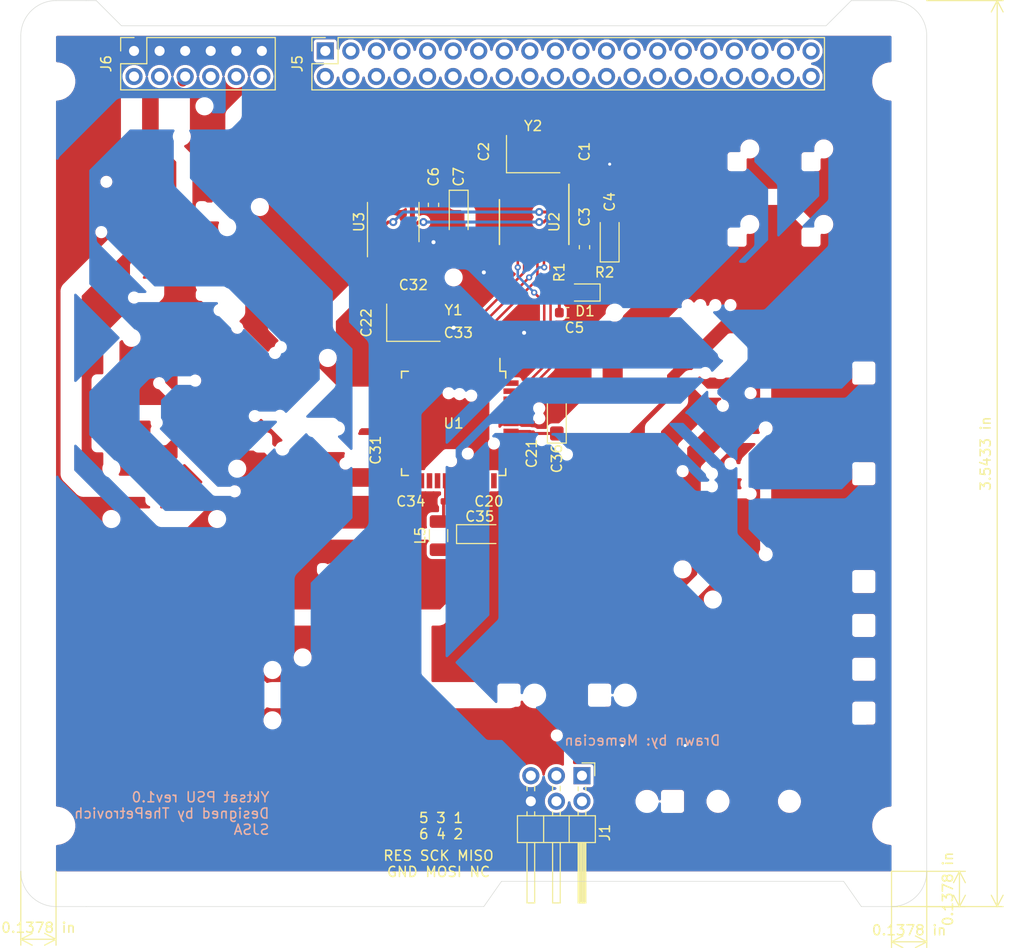
<source format=kicad_pcb>
(kicad_pcb (version 20171130) (host pcbnew "(5.1.4)-1")
  (title_block (title "Yktsat Power Supply Module") (date 2020-03-23) (rev 1) (company SJSA) (comment 1 YKTS-1000-PWRBRD) (comment 2 ThePetrovich))
  (layers (0 F.Cu signal) (31 B.Cu signal) (34 B.Paste user) (35 F.Paste user) (36 B.SilkS user) (37 F.SilkS user) (38 B.Mask user) (39 F.Mask user) (44 Edge.Cuts user))
  (net 0 "")
  (net 1 GND)
  (net 2 "Net-(C1-Pad1)")
  (net 3 "Net-(C2-Pad1)")
  (net 4 +5V)
  (net 5 "Net-(C5-Pad1)")
  (net 6 +3V3)
  (net 7 "Net-(R1-Pad2)")
  (net 8 "Net-(U1-Pad44)")
  (net 9 "Net-(U1-Pad33)")
  (net 10 "Net-(U1-Pad31)")
  (net 11 "Net-(U1-Pad29)")
  (net 12 "Net-(U1-Pad12)")
  (net 13 "Net-(U1-Pad11)")
  (net 14 "Net-(U1-Pad10)")
  (net 15 "Net-(U1-Pad9)")
  (net 16 /PWR_CANBUS/MCP_!CS)
  (net 17 "Net-(U2-Pad15)")
  (net 18 /PWR_CANBUS/MCP_!INT)
  (net 19 /PWR_CANBUS/MCP_!RX0BF)
  (net 20 /PWR_CANBUS/MCP_!RX1BF)
  (net 21 /PWR_CANBUS/MCP_!TX2RTS)
  (net 22 "Net-(U2-Pad6)")
  (net 23 /PWR_CANBUS/MCP_!TX1RTS)
  (net 24 /PWR_CANBUS/MCP_!TX0RTS)
  (net 25 "Net-(U2-Pad3)")
  (net 26 "Net-(U2-Pad2)")
  (net 27 "Net-(U2-Pad1)")
  (net 28 CANH)
  (net 29 CANL)
  (net 30 +3V3-A)
  (net 31 +3V3-B)
  (net 32 +5V-A)
  (net 33 BAT_HEAT)
  (net 34 "Net-(C22-Pad1)")
  (net 35 "Net-(C32-Pad1)")
  (net 36 /ICSP_RESET)
  (net 37 /ICSP_MOSI)
  (net 38 /ICSP_SCK)
  (net 39 "Net-(J1-Pad2)")
  (net 40 /ICSP_MISO)
  (net 41 "Net-(U1-Pad24)")
  (net 42 "Net-(J5-Pad40)")
  (net 43 "Net-(J5-Pad39)")
  (net 44 "Net-(J5-Pad38)")
  (net 45 "Net-(J5-Pad37)")
  (net 46 "Net-(J5-Pad36)")
  (net 47 "Net-(J5-Pad35)")
  (net 48 "Net-(J5-Pad34)")
  (net 49 "Net-(J5-Pad33)")
  (net 50 "Net-(J5-Pad32)")
  (net 51 "Net-(J5-Pad31)")
  (net 52 "Net-(J5-Pad30)")
  (net 53 "Net-(J5-Pad29)")
  (net 54 "Net-(J5-Pad28)")
  (net 55 "Net-(J5-Pad27)")
  (net 56 "Net-(J5-Pad26)")
  (net 57 "Net-(J5-Pad25)")
  (net 58 "Net-(J5-Pad24)")
  (net 59 "Net-(J5-Pad23)")
  (net 60 "Net-(J5-Pad22)")
  (net 61 "Net-(J5-Pad21)")
  (net 62 "Net-(J5-Pad20)")
  (net 63 "Net-(J5-Pad19)")
  (net 64 "Net-(J5-Pad18)")
  (net 65 "Net-(J5-Pad17)")
  (net 66 "Net-(J5-Pad16)")
  (net 67 "Net-(J5-Pad15)")
  (net 68 "Net-(J5-Pad14)")
  (net 69 "Net-(J5-Pad13)")
  (net 70 "Net-(J5-Pad12)")
  (net 71 "Net-(J5-Pad11)")
  (net 72 "Net-(J5-Pad10)")
  (net 73 "Net-(J5-Pad9)")
  (net 74 "Net-(J5-Pad8)")
  (net 75 "Net-(J5-Pad7)")
  (net 76 "Net-(J5-Pad5)")
  (net 77 "Net-(J5-Pad3)")
  (net 78 "Net-(J5-Pad2)")
  (net 79 "Net-(J5-Pad1)")
  (net 80 "Net-(C34-Pad1)")
  (net 81 "Net-(U1-Pad41)")
  (net 82 "Net-(U1-Pad40)")
  (net 83 "Net-(U1-Pad37)")
  (net 84 "Net-(U1-Pad36)")
  (net 85 "Net-(U1-Pad35)")
  (net 86 "Net-(U1-Pad34)")
  (net 87 "Net-(U1-Pad32)")
  (net 88 "Net-(U1-Pad30)")
  (net 89 "Net-(U1-Pad26)")
  (net 90 "Net-(U1-Pad25)")
  (net 91 "Net-(U1-Pad23)")
  (net 92 "Net-(U1-Pad22)")
  (net 93 "Net-(U1-Pad21)")
  (net 94 "Net-(U1-Pad20)")
  (net 95 "Net-(U1-Pad19)")
  (net 96 "Net-(U1-Pad16)")
  (net 97 "Net-(U1-Pad15)")
  (net 98 "Net-(U1-Pad14)")
  (net 99 "Net-(U1-Pad13)")
  (module Capacitor_SMD:C_0402_1005Metric (layer F.Cu) (at 135 102.415 270)
    (fp_text reference C31 (at 2.25 0 90) (layer F.SilkS))
    (fp_text value 100nF)
    (pad 2 smd roundrect (at 0.485 0 270) (size 0.59 0.64) (layers F.Cu F.Paste F.Mask) (net 1 GND))
    (pad 1 smd roundrect (at -0.485 0 270) (size 0.59 0.64) (layers F.Cu F.Paste F.Mask) (net 4 +5V))
  )
  (module Connector_PinHeader_2.54mm:PinHeader_2x03_P2.54mm_Horizontal (layer F.Cu) (at 155.5 137 270)
    (fp_text reference J1 (at 5.655 -2.27 90) (layer F.SilkS))
    (fp_text value ICSP)
    (pad 6 thru_hole oval (at 2.54 5.08 270) (size 1.7 1.7) (drill 1) (layers *.Cu *.Mask) (net 1 GND))
    (pad 5 thru_hole oval (at 0 5.08 270) (size 1.7 1.7) (drill 1) (layers *.Cu *.Mask) (net 36 /ICSP_RESET))
    (pad 4 thru_hole oval (at 2.54 2.54 270) (size 1.7 1.7) (drill 1) (layers *.Cu *.Mask) (net 37 /ICSP_MOSI))
    (pad 3 thru_hole oval (at 0 2.54 270) (size 1.7 1.7) (drill 1) (layers *.Cu *.Mask) (net 38 /ICSP_SCK))
    (pad 2 thru_hole oval (at 2.54 0 270) (size 1.7 1.7) (drill 1) (layers *.Cu *.Mask) (net 39 "Net-(J1-Pad2)"))
    (pad 1 thru_hole rect (at 0 0 270) (size 1.7 1.7) (drill 1) (layers *.Cu *.Mask) (net 40 /ICSP_MISO))
  )
  (module Connector_PinSocket_2.54mm:PinSocket_2x06_P2.54mm_Vertical (layer F.Cu) (at 111 65 90)
    (fp_text reference J6 (at -1.27 -2.77 90) (layer F.SilkS))
    (fp_text value PWR_HEAD)
    (pad 12 thru_hole oval (at -2.54 12.7 90) (size 1.7 1.7) (drill 1) (layers *.Cu *.Mask) (net 33 BAT_HEAT))
    (pad 11 thru_hole oval (at 0 12.7 90) (size 1.7 1.7) (drill 1) (layers *.Cu *.Mask) (net 1 GND))
    (pad 10 thru_hole oval (at -2.54 10.16 90) (size 1.7 1.7) (drill 1) (layers *.Cu *.Mask) (net 6 +3V3))
    (pad 9 thru_hole oval (at 0 10.16 90) (size 1.7 1.7) (drill 1) (layers *.Cu *.Mask) (net 1 GND))
    (pad 8 thru_hole oval (at -2.54 7.62 90) (size 1.7 1.7) (drill 1) (layers *.Cu *.Mask) (net 4 +5V))
    (pad 7 thru_hole oval (at 0 7.62 90) (size 1.7 1.7) (drill 1) (layers *.Cu *.Mask) (net 1 GND))
    (pad 6 thru_hole oval (at -2.54 5.08 90) (size 1.7 1.7) (drill 1) (layers *.Cu *.Mask) (net 30 +3V3-A))
    (pad 5 thru_hole oval (at 0 5.08 90) (size 1.7 1.7) (drill 1) (layers *.Cu *.Mask) (net 1 GND))
    (pad 4 thru_hole oval (at -2.54 2.54 90) (size 1.7 1.7) (drill 1) (layers *.Cu *.Mask) (net 31 +3V3-B))
    (pad 3 thru_hole oval (at 0 2.54 90) (size 1.7 1.7) (drill 1) (layers *.Cu *.Mask) (net 1 GND))
    (pad 2 thru_hole oval (at -2.54 0 90) (size 1.7 1.7) (drill 1) (layers *.Cu *.Mask) (net 32 +5V-A))
    (pad 1 thru_hole rect (at 0 0 90) (size 1.7 1.7) (drill 1) (layers *.Cu *.Mask) (net 1 GND))
  )
  (module Connector_PinSocket_2.54mm:PinSocket_2x20_P2.54mm_Vertical (layer F.Cu) (at 130 65 90)
    (fp_text reference J5 (at -1.27 -2.77 90) (layer F.SilkS))
    (fp_text value Conn_02x20_Odd_Even_MountingPin)
    (pad 40 thru_hole oval (at -2.54 48.26 90) (size 1.7 1.7) (drill 1) (layers *.Cu *.Mask) (net 42 "Net-(J5-Pad40)"))
    (pad 39 thru_hole oval (at 0 48.26 90) (size 1.7 1.7) (drill 1) (layers *.Cu *.Mask) (net 43 "Net-(J5-Pad39)"))
    (pad 38 thru_hole oval (at -2.54 45.72 90) (size 1.7 1.7) (drill 1) (layers *.Cu *.Mask) (net 44 "Net-(J5-Pad38)"))
    (pad 37 thru_hole oval (at 0 45.72 90) (size 1.7 1.7) (drill 1) (layers *.Cu *.Mask) (net 45 "Net-(J5-Pad37)"))
    (pad 36 thru_hole oval (at -2.54 43.18 90) (size 1.7 1.7) (drill 1) (layers *.Cu *.Mask) (net 46 "Net-(J5-Pad36)"))
    (pad 35 thru_hole oval (at 0 43.18 90) (size 1.7 1.7) (drill 1) (layers *.Cu *.Mask) (net 47 "Net-(J5-Pad35)"))
    (pad 34 thru_hole oval (at -2.54 40.64 90) (size 1.7 1.7) (drill 1) (layers *.Cu *.Mask) (net 48 "Net-(J5-Pad34)"))
    (pad 33 thru_hole oval (at 0 40.64 90) (size 1.7 1.7) (drill 1) (layers *.Cu *.Mask) (net 49 "Net-(J5-Pad33)"))
    (pad 32 thru_hole oval (at -2.54 38.1 90) (size 1.7 1.7) (drill 1) (layers *.Cu *.Mask) (net 50 "Net-(J5-Pad32)"))
    (pad 31 thru_hole oval (at 0 38.1 90) (size 1.7 1.7) (drill 1) (layers *.Cu *.Mask) (net 51 "Net-(J5-Pad31)"))
    (pad 30 thru_hole oval (at -2.54 35.56 90) (size 1.7 1.7) (drill 1) (layers *.Cu *.Mask) (net 52 "Net-(J5-Pad30)"))
    (pad 29 thru_hole oval (at 0 35.56 90) (size 1.7 1.7) (drill 1) (layers *.Cu *.Mask) (net 53 "Net-(J5-Pad29)"))
    (pad 28 thru_hole oval (at -2.54 33.02 90) (size 1.7 1.7) (drill 1) (layers *.Cu *.Mask) (net 54 "Net-(J5-Pad28)"))
    (pad 27 thru_hole oval (at 0 33.02 90) (size 1.7 1.7) (drill 1) (layers *.Cu *.Mask) (net 55 "Net-(J5-Pad27)"))
    (pad 26 thru_hole oval (at -2.54 30.48 90) (size 1.7 1.7) (drill 1) (layers *.Cu *.Mask) (net 56 "Net-(J5-Pad26)"))
    (pad 25 thru_hole oval (at 0 30.48 90) (size 1.7 1.7) (drill 1) (layers *.Cu *.Mask) (net 57 "Net-(J5-Pad25)"))
    (pad 24 thru_hole oval (at -2.54 27.94 90) (size 1.7 1.7) (drill 1) (layers *.Cu *.Mask) (net 58 "Net-(J5-Pad24)"))
    (pad 23 thru_hole oval (at 0 27.94 90) (size 1.7 1.7) (drill 1) (layers *.Cu *.Mask) (net 59 "Net-(J5-Pad23)"))
    (pad 22 thru_hole oval (at -2.54 25.4 90) (size 1.7 1.7) (drill 1) (layers *.Cu *.Mask) (net 60 "Net-(J5-Pad22)"))
    (pad 21 thru_hole oval (at 0 25.4 90) (size 1.7 1.7) (drill 1) (layers *.Cu *.Mask) (net 61 "Net-(J5-Pad21)"))
    (pad 20 thru_hole oval (at -2.54 22.86 90) (size 1.7 1.7) (drill 1) (layers *.Cu *.Mask) (net 62 "Net-(J5-Pad20)"))
    (pad 19 thru_hole oval (at 0 22.86 90) (size 1.7 1.7) (drill 1) (layers *.Cu *.Mask) (net 63 "Net-(J5-Pad19)"))
    (pad 18 thru_hole oval (at -2.54 20.32 90) (size 1.7 1.7) (drill 1) (layers *.Cu *.Mask) (net 64 "Net-(J5-Pad18)"))
    (pad 17 thru_hole oval (at 0 20.32 90) (size 1.7 1.7) (drill 1) (layers *.Cu *.Mask) (net 65 "Net-(J5-Pad17)"))
    (pad 16 thru_hole oval (at -2.54 17.78 90) (size 1.7 1.7) (drill 1) (layers *.Cu *.Mask) (net 66 "Net-(J5-Pad16)"))
    (pad 15 thru_hole oval (at 0 17.78 90) (size 1.7 1.7) (drill 1) (layers *.Cu *.Mask) (net 67 "Net-(J5-Pad15)"))
    (pad 14 thru_hole oval (at -2.54 15.24 90) (size 1.7 1.7) (drill 1) (layers *.Cu *.Mask) (net 68 "Net-(J5-Pad14)"))
    (pad 13 thru_hole oval (at 0 15.24 90) (size 1.7 1.7) (drill 1) (layers *.Cu *.Mask) (net 69 "Net-(J5-Pad13)"))
    (pad 12 thru_hole oval (at -2.54 12.7 90) (size 1.7 1.7) (drill 1) (layers *.Cu *.Mask) (net 70 "Net-(J5-Pad12)"))
    (pad 11 thru_hole oval (at 0 12.7 90) (size 1.7 1.7) (drill 1) (layers *.Cu *.Mask) (net 71 "Net-(J5-Pad11)"))
    (pad 10 thru_hole oval (at -2.54 10.16 90) (size 1.7 1.7) (drill 1) (layers *.Cu *.Mask) (net 72 "Net-(J5-Pad10)"))
    (pad 9 thru_hole oval (at 0 10.16 90) (size 1.7 1.7) (drill 1) (layers *.Cu *.Mask) (net 73 "Net-(J5-Pad9)"))
    (pad 8 thru_hole oval (at -2.54 7.62 90) (size 1.7 1.7) (drill 1) (layers *.Cu *.Mask) (net 74 "Net-(J5-Pad8)"))
    (pad 7 thru_hole oval (at 0 7.62 90) (size 1.7 1.7) (drill 1) (layers *.Cu *.Mask) (net 75 "Net-(J5-Pad7)"))
    (pad 6 thru_hole oval (at -2.54 5.08 90) (size 1.7 1.7) (drill 1) (layers *.Cu *.Mask) (net 29 CANL))
    (pad 5 thru_hole oval (at 0 5.08 90) (size 1.7 1.7) (drill 1) (layers *.Cu *.Mask) (net 76 "Net-(J5-Pad5)"))
    (pad 4 thru_hole oval (at -2.54 2.54 90) (size 1.7 1.7) (drill 1) (layers *.Cu *.Mask) (net 28 CANH))
    (pad 3 thru_hole oval (at 0 2.54 90) (size 1.7 1.7) (drill 1) (layers *.Cu *.Mask) (net 77 "Net-(J5-Pad3)"))
    (pad 2 thru_hole oval (at -2.54 0 90) (size 1.7 1.7) (drill 1) (layers *.Cu *.Mask) (net 78 "Net-(J5-Pad2)"))
    (pad 1 thru_hole rect (at 0 0 90) (size 1.7 1.7) (drill 1) (layers *.Cu *.Mask) (net 79 "Net-(J5-Pad1)"))
  )
  (module MountingHole:MountingHole_3.2mm_M3 (layer F.Cu) (at 103.275 141.975)
    (fp_text reference REF** hide)
    (fp_text value MountingHole_3.2mm_M3)
    (pad 1 np_thru_hole circle (at 0 0) (size 3.2 3.2) (drill 3.2) (layers *.Cu *.Mask))
  )
  (module MountingHole:MountingHole_3.2mm_M3 (layer F.Cu) (at 186.225 141.975)
    (fp_text reference REF** hide)
    (fp_text value MountingHole_3.2mm_M3)
    (pad 1 np_thru_hole circle (at 0 0) (size 3.2 3.2) (drill 3.2) (layers *.Cu *.Mask))
  )
  (module MountingHole:MountingHole_3.2mm_M3 (layer F.Cu) (at 186.225 68.025)
    (fp_text reference REF** hide)
    (fp_text value MountingHole_3.2mm_M3)
    (pad 1 np_thru_hole circle (at 0 0) (size 3.2 3.2) (drill 3.2) (layers *.Cu *.Mask))
  )
  (module MountingHole:MountingHole_3.2mm_M3 (layer F.Cu) (at 103.25 68.025)
    (fp_text reference REF** hide)
    (fp_text value MountingHole_3.2mm_M3)
    (pad "" np_thru_hole circle (at 0.025 0) (size 3.2 3.2) (drill 3.2) (layers *.Cu *.Mask))
  )
  (module Capacitor_SMD:C_0402_1005Metric (layer F.Cu) (at 141.265 109.75 180)
    (fp_text reference C34 (at 2.765 0) (layer F.SilkS))
    (fp_text value 100nF)
    (pad 2 smd roundrect (at 0.485 0 180) (size 0.59 0.64) (layers F.Cu F.Paste F.Mask) (net 1 GND))
    (pad 1 smd roundrect (at -0.485 0 180) (size 0.59 0.64) (layers F.Cu F.Paste F.Mask) (net 80 "Net-(C34-Pad1)"))
  )
  (module Crystal:Crystal_SMD_5032-4Pin_5.0x3.2mm (layer F.Cu) (at 150.65 75.25)
    (fp_text reference Y2 (at 0 -2.8) (layer F.SilkS))
    (fp_text value "12 MHz")
    (pad 4 smd rect (at -1.65 -1) (size 1.6 1.3) (layers F.Cu F.Paste F.Mask) (net 1 GND))
    (pad 3 smd rect (at 1.65 -1) (size 1.6 1.3) (layers F.Cu F.Paste F.Mask) (net 2 "Net-(C1-Pad1)"))
    (pad 2 smd rect (at 1.65 1) (size 1.6 1.3) (layers F.Cu F.Paste F.Mask) (net 1 GND))
    (pad 1 smd rect (at -1.65 1) (size 1.6 1.3) (layers F.Cu F.Paste F.Mask) (net 3 "Net-(C2-Pad1)"))
  )
  (module Crystal:Crystal_SMD_5032-4Pin_5.0x3.2mm (layer F.Cu) (at 138.75 92)
    (fp_text reference Y1 (at 4 -1.25) (layer F.SilkS))
    (fp_text value "8 MHz")
    (pad 4 smd rect (at -1.65 -1) (size 1.6 1.3) (layers F.Cu F.Paste F.Mask) (net 1 GND))
    (pad 3 smd rect (at 1.65 -1) (size 1.6 1.3) (layers F.Cu F.Paste F.Mask) (net 35 "Net-(C32-Pad1)"))
    (pad 2 smd rect (at 1.65 1) (size 1.6 1.3) (layers F.Cu F.Paste F.Mask) (net 1 GND))
    (pad 1 smd rect (at -1.65 1) (size 1.6 1.3) (layers F.Cu F.Paste F.Mask) (net 34 "Net-(C22-Pad1)"))
  )
  (module Inductor_SMD:L_1206_3216Metric (layer F.Cu) (at 141.25 113.15 90)
    (fp_text reference L5 (at 0 -1.82 90) (layer F.SilkS))
    (fp_text value Ferrite)
    (pad 2 smd roundrect (at 1.4 0 90) (size 1.25 1.75) (layers F.Cu F.Paste F.Mask) (roundrect_rratio 0.2) (net 80 "Net-(C34-Pad1)"))
    (pad 1 smd roundrect (at -1.4 0 90) (size 1.25 1.75) (layers F.Cu F.Paste F.Mask) (roundrect_rratio 0.2) (net 4 +5V))
  )
  (module Capacitor_Tantalum_SMD:CP_EIA-3216-10_Kemet-I (layer F.Cu) (at 153 101.65 90)
    (fp_text reference C36 (at -3.85 0 90) (layer F.SilkS))
    (fp_text value 22uF)
    (pad 2 smd roundrect (at 1.35 0 90) (size 1.4 1.35) (layers F.Cu F.Paste F.Mask) (roundrect_rratio 0.185185) (net 1 GND))
    (pad 1 smd roundrect (at -1.35 0 90) (size 1.4 1.35) (layers F.Cu F.Paste F.Mask) (roundrect_rratio 0.185185) (net 4 +5V))
  )
  (module Capacitor_Tantalum_SMD:CP_EIA-3216-10_Kemet-I (layer F.Cu) (at 145.35 113)
    (fp_text reference C35 (at 0 -1.75) (layer F.SilkS))
    (fp_text value 22uF)
    (pad 2 smd roundrect (at 1.35 0) (size 1.4 1.35) (layers F.Cu F.Paste F.Mask) (roundrect_rratio 0.185185) (net 1 GND))
    (pad 1 smd roundrect (at -1.35 0) (size 1.4 1.35) (layers F.Cu F.Paste F.Mask) (roundrect_rratio 0.185185) (net 4 +5V))
  )
  (module Capacitor_SMD:C_0402_1005Metric (layer F.Cu) (at 143.235 94.25 180)
    (fp_text reference C33 (at 0.015 1.25) (layer F.SilkS))
    (fp_text value 100nF)
    (pad 2 smd roundrect (at 0.485 0 180) (size 0.59 0.64) (layers F.Cu F.Paste F.Mask) (net 1 GND))
    (pad 1 smd roundrect (at -0.485 0 180) (size 0.59 0.64) (layers F.Cu F.Paste F.Mask) (net 4 +5V))
  )
  (module Capacitor_SMD:C_0402_1005Metric (layer F.Cu) (at 138.75 89.5 180)
    (fp_text reference C32 (at 0 1.25) (layer F.SilkS))
    (fp_text value 22pF)
    (pad 2 smd roundrect (at 0.485 0 180) (size 0.59 0.64) (layers F.Cu F.Paste F.Mask) (net 1 GND))
    (pad 1 smd roundrect (at -0.485 0 180) (size 0.59 0.64) (layers F.Cu F.Paste F.Mask) (net 35 "Net-(C32-Pad1)"))
  )
  (module Capacitor_SMD:C_0402_1005Metric (layer F.Cu) (at 135.25 92.015 90)
    (fp_text reference C22 (at 0 -1.17 90) (layer F.SilkS))
    (fp_text value 22pF)
    (pad 2 smd roundrect (at 0.485 0 90) (size 0.59 0.64) (layers F.Cu F.Paste F.Mask) (net 1 GND))
    (pad 1 smd roundrect (at -0.485 0 90) (size 0.59 0.64) (layers F.Cu F.Paste F.Mask) (net 34 "Net-(C22-Pad1)"))
  )
  (module Capacitor_SMD:C_0402_1005Metric (layer F.Cu) (at 150.5 102.5 90)
    (fp_text reference C21 (at -2.5 0 90) (layer F.SilkS))
    (fp_text value 100nF)
    (pad 2 smd roundrect (at 0.485 0 90) (size 0.59 0.64) (layers F.Cu F.Paste F.Mask) (net 1 GND))
    (pad 1 smd roundrect (at -0.485 0 90) (size 0.59 0.64) (layers F.Cu F.Paste F.Mask) (net 4 +5V))
  )
  (module Capacitor_SMD:C_0402_1005Metric (layer F.Cu) (at 143.5 109.75 180)
    (fp_text reference C20 (at -2.75 0) (layer F.SilkS))
    (fp_text value 100nF)
    (pad 2 smd roundrect (at 0.485 0 180) (size 0.59 0.64) (layers F.Cu F.Paste F.Mask) (net 1 GND))
    (pad 1 smd roundrect (at -0.485 0 180) (size 0.59 0.64) (layers F.Cu F.Paste F.Mask) (net 4 +5V))
  )
  (module Package_SO:SOIC-8_3.9x4.9mm_P1.27mm (layer F.Cu) (at 136.75 82 90)
    (fp_text reference U3 (at 0 -3.4 90) (layer F.SilkS))
    (fp_text value TJA1051T-3)
    (pad 8 smd roundrect (at 2.475 -1.905 90) (size 1.95 0.6) (layers F.Cu F.Paste F.Mask) (net 1 GND))
    (pad 7 smd roundrect (at 2.475 -0.635 90) (size 1.95 0.6) (layers F.Cu F.Paste F.Mask) (net 28 CANH))
    (pad 6 smd roundrect (at 2.475 0.635 90) (size 1.95 0.6) (layers F.Cu F.Paste F.Mask) (net 29 CANL))
    (pad 5 smd roundrect (at 2.475 1.905 90) (size 1.95 0.6) (layers F.Cu F.Paste F.Mask) (net 4 +5V))
    (pad 4 smd roundrect (at -2.475 1.905 90) (size 1.95 0.6) (layers F.Cu F.Paste F.Mask) (net 27 "Net-(U2-Pad1)"))
    (pad 3 smd roundrect (at -2.475 0.635 90) (size 1.95 0.6) (layers F.Cu F.Paste F.Mask) (net 4 +5V))
    (pad 2 smd roundrect (at -2.475 -0.635 90) (size 1.95 0.6) (layers F.Cu F.Paste F.Mask) (net 1 GND))
    (pad 1 smd roundrect (at -2.475 -1.905 90) (size 1.95 0.6) (layers F.Cu F.Paste F.Mask) (net 26 "Net-(U2-Pad2)"))
  )
  (module Package_SO:TSSOP-20_4.4x6.5mm_P0.65mm (layer F.Cu) (at 150.75 82 270)
    (fp_text reference U2 (at 0 -2 90) (layer F.SilkS))
    (fp_text value MCP2515-xST)
    (pad 20 smd rect (at 2.95 -2.925 270) (size 1.45 0.45) (layers F.Cu F.Paste F.Mask) (net 4 +5V))
    (pad 19 smd rect (at 2.95 -2.275 270) (size 1.45 0.45) (layers F.Cu F.Paste F.Mask) (net 7 "Net-(R1-Pad2)"))
    (pad 18 smd rect (at 2.95 -1.625 270) (size 1.45 0.45) (layers F.Cu F.Paste F.Mask) (net 16 /PWR_CANBUS/MCP_!CS))
    (pad 17 smd rect (at 2.95 -0.975 270) (size 1.45 0.45) (layers F.Cu F.Paste F.Mask) (net 40 /ICSP_MISO))
    (pad 16 smd rect (at 2.95 -0.325 270) (size 1.45 0.45) (layers F.Cu F.Paste F.Mask) (net 37 /ICSP_MOSI))
    (pad 15 smd rect (at 2.95 0.325 270) (size 1.45 0.45) (layers F.Cu F.Paste F.Mask) (net 17 "Net-(U2-Pad15)"))
    (pad 14 smd rect (at 2.95 0.975 270) (size 1.45 0.45) (layers F.Cu F.Paste F.Mask) (net 38 /ICSP_SCK))
    (pad 13 smd rect (at 2.95 1.625 270) (size 1.45 0.45) (layers F.Cu F.Paste F.Mask) (net 18 /PWR_CANBUS/MCP_!INT))
    (pad 12 smd rect (at 2.95 2.275 270) (size 1.45 0.45) (layers F.Cu F.Paste F.Mask) (net 19 /PWR_CANBUS/MCP_!RX0BF))
    (pad 11 smd rect (at 2.95 2.925 270) (size 1.45 0.45) (layers F.Cu F.Paste F.Mask) (net 20 /PWR_CANBUS/MCP_!RX1BF))
    (pad 10 smd rect (at -2.95 2.925 270) (size 1.45 0.45) (layers F.Cu F.Paste F.Mask) (net 1 GND))
    (pad 9 smd rect (at -2.95 2.275 270) (size 1.45 0.45) (layers F.Cu F.Paste F.Mask) (net 3 "Net-(C2-Pad1)"))
    (pad 8 smd rect (at -2.95 1.625 270) (size 1.45 0.45) (layers F.Cu F.Paste F.Mask) (net 2 "Net-(C1-Pad1)"))
    (pad 7 smd rect (at -2.95 0.975 270) (size 1.45 0.45) (layers F.Cu F.Paste F.Mask) (net 21 /PWR_CANBUS/MCP_!TX2RTS))
    (pad 6 smd rect (at -2.95 0.325 270) (size 1.45 0.45) (layers F.Cu F.Paste F.Mask) (net 22 "Net-(U2-Pad6)"))
    (pad 5 smd rect (at -2.95 -0.325 270) (size 1.45 0.45) (layers F.Cu F.Paste F.Mask) (net 23 /PWR_CANBUS/MCP_!TX1RTS))
    (pad 4 smd rect (at -2.95 -0.975 270) (size 1.45 0.45) (layers F.Cu F.Paste F.Mask) (net 24 /PWR_CANBUS/MCP_!TX0RTS))
    (pad 3 smd rect (at -2.95 -1.625 270) (size 1.45 0.45) (layers F.Cu F.Paste F.Mask) (net 25 "Net-(U2-Pad3)"))
    (pad 2 smd rect (at -2.95 -2.275 270) (size 1.45 0.45) (layers F.Cu F.Paste F.Mask) (net 26 "Net-(U2-Pad2)"))
    (pad 1 smd rect (at -2.95 -2.925 270) (size 1.45 0.45) (layers F.Cu F.Paste F.Mask) (net 27 "Net-(U2-Pad1)"))
  )
  (module Package_QFP:TQFP-44_10x10mm_P0.8mm (layer F.Cu) (at 142.75 102 270)
    (fp_text reference U1 (at 0 0) (layer F.SilkS))
    (fp_text value ATmega644A-AU)
    (pad 44 smd rect (at -4 -5.7) (size 1.5 0.55) (layers F.Cu F.Paste F.Mask) (net 8 "Net-(U1-Pad44)"))
    (pad 43 smd rect (at -3.2 -5.7) (size 1.5 0.55) (layers F.Cu F.Paste F.Mask) (net 18 /PWR_CANBUS/MCP_!INT))
    (pad 42 smd rect (at -2.4 -5.7) (size 1.5 0.55) (layers F.Cu F.Paste F.Mask) (net 16 /PWR_CANBUS/MCP_!CS))
    (pad 41 smd rect (at -1.6 -5.7) (size 1.5 0.55) (layers F.Cu F.Paste F.Mask) (net 81 "Net-(U1-Pad41)"))
    (pad 40 smd rect (at -0.8 -5.7) (size 1.5 0.55) (layers F.Cu F.Paste F.Mask) (net 82 "Net-(U1-Pad40)"))
    (pad 39 smd rect (at 0 -5.7) (size 1.5 0.55) (layers F.Cu F.Paste F.Mask) (net 1 GND))
    (pad 38 smd rect (at 0.8 -5.7) (size 1.5 0.55) (layers F.Cu F.Paste F.Mask) (net 4 +5V))
    (pad 37 smd rect (at 1.6 -5.7) (size 1.5 0.55) (layers F.Cu F.Paste F.Mask) (net 83 "Net-(U1-Pad37)"))
    (pad 36 smd rect (at 2.4 -5.7) (size 1.5 0.55) (layers F.Cu F.Paste F.Mask) (net 84 "Net-(U1-Pad36)"))
    (pad 35 smd rect (at 3.2 -5.7) (size 1.5 0.55) (layers F.Cu F.Paste F.Mask) (net 85 "Net-(U1-Pad35)"))
    (pad 34 smd rect (at 4 -5.7) (size 1.5 0.55) (layers F.Cu F.Paste F.Mask) (net 86 "Net-(U1-Pad34)"))
    (pad 33 smd rect (at 5.7 -4 270) (size 1.5 0.55) (layers F.Cu F.Paste F.Mask) (net 9 "Net-(U1-Pad33)"))
    (pad 32 smd rect (at 5.7 -3.2 270) (size 1.5 0.55) (layers F.Cu F.Paste F.Mask) (net 87 "Net-(U1-Pad32)"))
    (pad 31 smd rect (at 5.7 -2.4 270) (size 1.5 0.55) (layers F.Cu F.Paste F.Mask) (net 10 "Net-(U1-Pad31)"))
    (pad 30 smd rect (at 5.7 -1.6 270) (size 1.5 0.55) (layers F.Cu F.Paste F.Mask) (net 88 "Net-(U1-Pad30)"))
    (pad 29 smd rect (at 5.7 -0.8 270) (size 1.5 0.55) (layers F.Cu F.Paste F.Mask) (net 11 "Net-(U1-Pad29)"))
    (pad 28 smd rect (at 5.7 0 270) (size 1.5 0.55) (layers F.Cu F.Paste F.Mask) (net 1 GND))
    (pad 27 smd rect (at 5.7 0.8 270) (size 1.5 0.55) (layers F.Cu F.Paste F.Mask) (net 80 "Net-(C34-Pad1)"))
    (pad 26 smd rect (at 5.7 1.6 270) (size 1.5 0.55) (layers F.Cu F.Paste F.Mask) (net 89 "Net-(U1-Pad26)"))
    (pad 25 smd rect (at 5.7 2.4 270) (size 1.5 0.55) (layers F.Cu F.Paste F.Mask) (net 90 "Net-(U1-Pad25)"))
    (pad 24 smd rect (at 5.7 3.2 270) (size 1.5 0.55) (layers F.Cu F.Paste F.Mask) (net 41 "Net-(U1-Pad24)"))
    (pad 23 smd rect (at 5.7 4 270) (size 1.5 0.55) (layers F.Cu F.Paste F.Mask) (net 91 "Net-(U1-Pad23)"))
    (pad 22 smd rect (at 4 5.7) (size 1.5 0.55) (layers F.Cu F.Paste F.Mask) (net 92 "Net-(U1-Pad22)"))
    (pad 21 smd rect (at 3.2 5.7) (size 1.5 0.55) (layers F.Cu F.Paste F.Mask) (net 93 "Net-(U1-Pad21)"))
    (pad 20 smd rect (at 2.4 5.7) (size 1.5 0.55) (layers F.Cu F.Paste F.Mask) (net 94 "Net-(U1-Pad20)"))
    (pad 19 smd rect (at 1.6 5.7) (size 1.5 0.55) (layers F.Cu F.Paste F.Mask) (net 95 "Net-(U1-Pad19)"))
    (pad 18 smd rect (at 0.8 5.7) (size 1.5 0.55) (layers F.Cu F.Paste F.Mask) (net 1 GND))
    (pad 17 smd rect (at 0 5.7) (size 1.5 0.55) (layers F.Cu F.Paste F.Mask) (net 4 +5V))
    (pad 16 smd rect (at -0.8 5.7) (size 1.5 0.55) (layers F.Cu F.Paste F.Mask) (net 96 "Net-(U1-Pad16)"))
    (pad 15 smd rect (at -1.6 5.7) (size 1.5 0.55) (layers F.Cu F.Paste F.Mask) (net 97 "Net-(U1-Pad15)"))
    (pad 14 smd rect (at -2.4 5.7) (size 1.5 0.55) (layers F.Cu F.Paste F.Mask) (net 98 "Net-(U1-Pad14)"))
    (pad 13 smd rect (at -3.2 5.7) (size 1.5 0.55) (layers F.Cu F.Paste F.Mask) (net 99 "Net-(U1-Pad13)"))
    (pad 12 smd rect (at -4 5.7) (size 1.5 0.55) (layers F.Cu F.Paste F.Mask) (net 12 "Net-(U1-Pad12)"))
    (pad 11 smd rect (at -5.7 4 270) (size 1.5 0.55) (layers F.Cu F.Paste F.Mask) (net 13 "Net-(U1-Pad11)"))
    (pad 10 smd rect (at -5.7 3.2 270) (size 1.5 0.55) (layers F.Cu F.Paste F.Mask) (net 14 "Net-(U1-Pad10)"))
    (pad 9 smd rect (at -5.7 2.4 270) (size 1.5 0.55) (layers F.Cu F.Paste F.Mask) (net 15 "Net-(U1-Pad9)"))
    (pad 8 smd rect (at -5.7 1.6 270) (size 1.5 0.55) (layers F.Cu F.Paste F.Mask) (net 34 "Net-(C22-Pad1)"))
    (pad 7 smd rect (at -5.7 0.8 270) (size 1.5 0.55) (layers F.Cu F.Paste F.Mask) (net 35 "Net-(C32-Pad1)"))
    (pad 6 smd rect (at -5.7 0 270) (size 1.5 0.55) (layers F.Cu F.Paste F.Mask) (net 1 GND))
    (pad 5 smd rect (at -5.7 -0.8 270) (size 1.5 0.55) (layers F.Cu F.Paste F.Mask) (net 4 +5V))
    (pad 4 smd rect (at -5.7 -1.6 270) (size 1.5 0.55) (layers F.Cu F.Paste F.Mask) (net 36 /ICSP_RESET))
    (pad 3 smd rect (at -5.7 -2.4 270) (size 1.5 0.55) (layers F.Cu F.Paste F.Mask) (net 38 /ICSP_SCK))
    (pad 2 smd rect (at -5.7 -3.2 270) (size 1.5 0.55) (layers F.Cu F.Paste F.Mask) (net 40 /ICSP_MISO))
    (pad 1 smd rect (at -5.7 -4 270) (size 1.5 0.55) (layers F.Cu F.Paste F.Mask) (net 37 /ICSP_MOSI))
  )
  (module Resistor_SMD:R_0402_1005Metric (layer F.Cu) (at 155.25 87 180)
    (fp_text reference R2 (at -2.5 0) (layer F.SilkS))
    (fp_text value 1K)
    (pad 2 smd roundrect (at 0.485 0 180) (size 0.59 0.64) (layers F.Cu F.Paste F.Mask) (net 5 "Net-(C5-Pad1)"))
    (pad 1 smd roundrect (at -0.485 0 180) (size 0.59 0.64) (layers F.Cu F.Paste F.Mask) (net 4 +5V))
  )
  (module Resistor_SMD:R_0402_1005Metric (layer F.Cu) (at 153.25 88.985 90)
    (fp_text reference R1 (at 1.985 0 90) (layer F.SilkS))
    (fp_text value 1K)
    (pad 2 smd roundrect (at 0.485 0 90) (size 0.59 0.64) (layers F.Cu F.Paste F.Mask) (net 7 "Net-(R1-Pad2)"))
    (pad 1 smd roundrect (at -0.485 0 90) (size 0.59 0.64) (layers F.Cu F.Paste F.Mask) (net 5 "Net-(C5-Pad1)"))
  )
  (module Diode_SMD:D_SOD-323 (layer F.Cu) (at 155.8 89 180)
    (fp_text reference D1 (at 0 -1.85) (layer F.SilkS))
    (fp_text value Generic)
    (pad 2 smd rect (at 1.05 0 180) (size 0.6 0.45) (layers F.Cu F.Paste F.Mask) (net 5 "Net-(C5-Pad1)"))
    (pad 1 smd rect (at -1.05 0 180) (size 0.6 0.45) (layers F.Cu F.Paste F.Mask) (net 4 +5V))
  )
  (module Capacitor_Tantalum_SMD:CP_EIA-3216-10_Kemet-I (layer F.Cu) (at 143.25 81.15 270)
    (fp_text reference C7 (at -3.65 0 90) (layer F.SilkS))
    (fp_text value 22uF)
    (pad 2 smd roundrect (at 1.35 0 270) (size 1.4 1.35) (layers F.Cu F.Paste F.Mask) (roundrect_rratio 0.185185) (net 1 GND))
    (pad 1 smd roundrect (at -1.35 0 270) (size 1.4 1.35) (layers F.Cu F.Paste F.Mask) (roundrect_rratio 0.185185) (net 4 +5V))
  )
  (module Capacitor_SMD:C_0603_1608Metric (layer F.Cu) (at 140.75 80.2875 270)
    (fp_text reference C6 (at -2.7875 0 90) (layer F.SilkS))
    (fp_text value 100nF)
    (pad 2 smd roundrect (at 0.7875 0 270) (size 0.875 0.95) (layers F.Cu F.Paste F.Mask) (net 1 GND))
    (pad 1 smd roundrect (at -0.7875 0 270) (size 0.875 0.95) (layers F.Cu F.Paste F.Mask) (net 4 +5V))
  )
  (module Capacitor_SMD:C_0603_1608Metric (layer F.Cu) (at 154.0375 91)
    (fp_text reference C5 (at 0.7125 1.5) (layer F.SilkS))
    (fp_text value 100nF)
    (pad 2 smd roundrect (at 0.7875 0) (size 0.875 0.95) (layers F.Cu F.Paste F.Mask) (net 1 GND))
    (pad 1 smd roundrect (at -0.7875 0) (size 0.875 0.95) (layers F.Cu F.Paste F.Mask) (net 5 "Net-(C5-Pad1)"))
  )
  (module Capacitor_Tantalum_SMD:CP_EIA-3216-10_Kemet-I (layer F.Cu) (at 158.25 83.65 90)
    (fp_text reference C4 (at 3.65 0 90) (layer F.SilkS))
    (fp_text value 22uF)
    (pad 2 smd roundrect (at 1.35 0 90) (size 1.4 1.35) (layers F.Cu F.Paste F.Mask) (roundrect_rratio 0.185185) (net 1 GND))
    (pad 1 smd roundrect (at -1.35 0 90) (size 1.4 1.35) (layers F.Cu F.Paste F.Mask) (roundrect_rratio 0.185185) (net 4 +5V))
  )
  (module Capacitor_SMD:C_0603_1608Metric (layer F.Cu) (at 155.75 84.5 90)
    (fp_text reference C3 (at 3 0 90) (layer F.SilkS))
    (fp_text value 100nF)
    (pad 2 smd roundrect (at 0.7875 0 90) (size 0.875 0.95) (layers F.Cu F.Paste F.Mask) (net 1 GND))
    (pad 1 smd roundrect (at -0.7875 0 90) (size 0.875 0.95) (layers F.Cu F.Paste F.Mask) (net 4 +5V))
  )
  (module Capacitor_SMD:C_0402_1005Metric (layer F.Cu) (at 147 75.015 90)
    (fp_text reference C2 (at 0 -1.25 90) (layer F.SilkS))
    (fp_text value 22pF)
    (pad 2 smd roundrect (at 0.485 0 90) (size 0.59 0.64) (layers F.Cu F.Paste F.Mask) (net 1 GND))
    (pad 1 smd roundrect (at -0.485 0 90) (size 0.59 0.64) (layers F.Cu F.Paste F.Mask) (net 3 "Net-(C2-Pad1)"))
  )
  (module Capacitor_SMD:C_0402_1005Metric (layer F.Cu) (at 154.25 74.985 270)
    (fp_text reference C1 (at 0.015 -1.5 90) (layer F.SilkS))
    (fp_text value 22pF)
    (pad 2 smd roundrect (at 0.485 0 270) (size 0.59 0.64) (layers F.Cu F.Paste F.Mask) (net 1 GND))
    (pad 1 smd roundrect (at -0.485 0 270) (size 0.59 0.64) (layers F.Cu F.Paste F.Mask) (net 2 "Net-(C1-Pad1)"))
  )
  (dimension 3.5 (width 0.12) (layer F.SilkS) (gr_text "3.500 мм" (at 194.27 148.25 270) (layer F.SilkS) (effects (font (size 1 1) (thickness 0.15)))) (feature1 (pts (xy 186.25 150) (xy 193.586421 150))) (feature2 (pts (xy 186.25 146.5) (xy 193.586421 146.5))) (crossbar (pts (xy 193 146.5) (xy 193 150))) (arrow1a (pts (xy 193 150) (xy 192.413579 148.873496))) (arrow1b (pts (xy 193 150) (xy 193.586421 148.873496))) (arrow2a (pts (xy 193 146.5) (xy 192.413579 147.626504))) (arrow2b (pts (xy 193 146.5) (xy 193.586421 147.626504))))
  (dimension 3.5 (width 0.12) (layer F.SilkS) (gr_text "3.500 мм" (at 188 154.77) (layer F.SilkS) (effects (font (size 1 1) (thickness 0.15)))) (feature1 (pts (xy 189.75 146.5) (xy 189.75 154.086421))) (feature2 (pts (xy 186.25 146.5) (xy 186.25 154.086421))) (crossbar (pts (xy 186.25 153.5) (xy 189.75 153.5))) (arrow1a (pts (xy 189.75 153.5) (xy 188.623496 154.086421))) (arrow1b (pts (xy 189.75 153.5) (xy 188.623496 152.913579))) (arrow2a (pts (xy 186.25 153.5) (xy 187.376504 154.086421))) (arrow2b (pts (xy 186.25 153.5) (xy 187.376504 152.913579))))
  (dimension 3.5 (width 0.12) (layer F.SilkS) (gr_text "3.500 мм" (at 101.5 154.52) (layer F.SilkS) (effects (font (size 1 1) (thickness 0.15)))) (feature1 (pts (xy 99.75 146.5) (xy 99.75 153.836421))) (feature2 (pts (xy 103.25 146.5) (xy 103.25 153.836421))) (crossbar (pts (xy 103.25 153.25) (xy 99.75 153.25))) (arrow1a (pts (xy 99.75 153.25) (xy 100.876504 152.663579))) (arrow1b (pts (xy 99.75 153.25) (xy 100.876504 153.836421))) (arrow2a (pts (xy 103.25 153.25) (xy 102.123496 152.663579))) (arrow2b (pts (xy 103.25 153.25) (xy 102.123496 153.836421))))
  (gr_text "Yktsat PSU rev1.0\nDesigned by ThePetrovich\nSJSA" (at 124.530952 140.75) (layer B.SilkS) (effects (font (size 1 1)) (justify left mirror)))
  (gr_text "Drawn by: Memecian" (at 161.5 133.5) (layer B.SilkS) (effects (font (size 1 1)) (justify mirror)))
  (gr_text "RES SCK MISO\nGND MOSI NC" (at 141.25 145.75) (layer F.SilkS) (effects (font (size 1 1))))
  (gr_text "5 3 1\n6 4 2\n" (at 141.5 142) (layer F.SilkS) (effects (font (size 1 1))))
  (gr_line (start 147.5 147.5) (end 145.75 150) (layer Edge.Cuts) (width 0.05))
  (gr_line (start 181.5 147.5) (end 183.25 150) (layer Edge.Cuts) (width 0.05))
  (gr_line (start 147.5 147.5) (end 181.5 147.5) (layer Edge.Cuts) (width 0.05))
  (gr_line (start 189.75 63.5) (end 189.75 146.5) (layer Edge.Cuts) (width 0.05))
  (gr_line (start 145.75 150) (end 106.25 150) (layer Edge.Cuts) (width 0.05))
  (gr_line (start 179.75 62.5) (end 109.75 62.5) (layer Edge.Cuts) (width 0.05))
  (gr_line (start 182.25 60) (end 179.75 62.5) (layer Edge.Cuts) (width 0.05))
  (gr_line (start 186.25 60) (end 182.25 60) (layer Edge.Cuts) (width 0.05))
  (gr_line (start 107.25 60) (end 109.75 62.5) (layer Edge.Cuts) (width 0.05))
  (gr_line (start 106.25 60) (end 107.25 60) (layer Edge.Cuts) (width 0.05))
  (gr_line (start 103.25 60) (end 106.25 60) (layer Edge.Cuts) (width 0.05))
  (gr_line (start 103.25 150) (end 106.25 150) (layer Edge.Cuts) (width 0.05))
  (gr_line (start 186.25 150) (end 183.25 150) (layer Edge.Cuts) (width 0.05))
  (gr_line (start 99.75 63.5) (end 99.75 146.5) (layer Edge.Cuts) (width 0.05))
  (gr_arc (start 103.25 146.5) (end 99.75 146.5) (angle -90) (layer Edge.Cuts) (width 0.05))
  (gr_arc (start 186.25 146.5) (end 186.25 150) (angle -90) (layer Edge.Cuts) (width 0.05))
  (gr_arc (start 186.25 63.5) (end 189.75 63.5) (angle -90) (layer Edge.Cuts) (width 0.05))
  (gr_arc (start 103.25 63.5) (end 103.25 60) (angle -90) (layer Edge.Cuts) (width 0.05))
  (dimension 90 (width 0.12) (layer F.SilkS) (gr_text "90.000 мм" (at 198.02 105 270) (layer F.SilkS) (effects (font (size 1 1) (thickness 0.15)))) (feature1 (pts (xy 189.75 150) (xy 197.336421 150))) (feature2 (pts (xy 189.75 60) (xy 197.336421 60))) (crossbar (pts (xy 196.75 60) (xy 196.75 150))) (arrow1a (pts (xy 196.75 150) (xy 196.163579 148.873496))) (arrow1b (pts (xy 196.75 150) (xy 197.336421 148.873496))) (arrow2a (pts (xy 196.75 60) (xy 196.163579 61.126504))) (arrow2b (pts (xy 196.75 60) (xy 197.336421 61.126504))))
  (via (at 149.75 93) (size 0.8) (drill 0.4) (layers F.Cu B.Cu) (net 1))
  (segment (start 136.57 91.53) (end 137.1 91) (width 0.3) (layer F.Cu) (net 1))
  (segment (start 135.25 91.53) (end 136.57 91.53) (width 0.3) (layer F.Cu) (net 1))
  (segment (start 138.265 89.835) (end 137.1 91) (width 0.3) (layer F.Cu) (net 1))
  (segment (start 138.265 89.5) (end 138.265 89.835) (width 0.3) (layer F.Cu) (net 1))
  (via (at 142.75 92.5) (size 0.8) (drill 0.4) (layers F.Cu B.Cu) (net 1))
  (via (at 140.75 84) (size 0.8) (drill 0.4) (layers F.Cu B.Cu) (net 1))
  (via (at 145.75 87) (size 0.8) (drill 0.4) (layers F.Cu B.Cu) (net 1))
  (via (at 159.5 134) (size 0.61) (drill 0.305) (layers F.Cu B.Cu) (net 1))
  (via (at 165.75 134) (size 0.61) (drill 0.305) (layers F.Cu B.Cu) (net 1))
  (via (at 158.25 76.25) (size 0.61) (drill 0.305) (layers F.Cu B.Cu) (net 1))
  (segment (start 149.125 78.119998) (end 149.125 79.05) (width 0.3) (layer F.Cu) (net 2))
  (segment (start 151.149999 76.094999) (end 149.125 78.119998) (width 0.3) (layer F.Cu) (net 2))
  (segment (start 151.149999 75.400001) (end 151.149999 76.094999) (width 0.3) (layer F.Cu) (net 2))
  (segment (start 152.3 74.25) (end 151.149999 75.400001) (width 0.3) (layer F.Cu) (net 2))
  (segment (start 152.55 74.5) (end 152.3 74.25) (width 0.3) (layer F.Cu) (net 2))
  (segment (start 154.25 74.5) (end 152.55 74.5) (width 0.3) (layer F.Cu) (net 2))
  (segment (start 148.475 78.025) (end 148.475 79.05) (width 0.3) (layer F.Cu) (net 3))
  (segment (start 149 77.5) (end 148.475 78.025) (width 0.3) (layer F.Cu) (net 3))
  (segment (start 149 76.25) (end 149 77.5) (width 0.3) (layer F.Cu) (net 3))
  (segment (start 148.25 75.5) (end 149 76.25) (width 0.3) (layer F.Cu) (net 3))
  (segment (start 147 75.5) (end 148.25 75.5) (width 0.3) (layer F.Cu) (net 3))
  (segment (start 142.95 79.5) (end 143.25 79.8) (width 0.5) (layer F.Cu) (net 4))
  (segment (start 140.75 79.5) (end 142.95 79.5) (width 0.5) (layer F.Cu) (net 4))
  (segment (start 138.68 79.5) (end 138.655 79.525) (width 0.5) (layer F.Cu) (net 4))
  (segment (start 140.75 79.5) (end 138.68 79.5) (width 0.5) (layer F.Cu) (net 4))
  (segment (start 137.385 82.865) (end 137.385 84.475) (width 0.5) (layer F.Cu) (net 4))
  (segment (start 138.655 79.525) (end 138.655 81.595) (width 0.5) (layer F.Cu) (net 4))
  (segment (start 138.655 81.595) (end 137.385 82.865) (width 0.5) (layer F.Cu) (net 4))
  (segment (start 155.75 86.985) (end 155.735 87) (width 0.5) (layer F.Cu) (net 4))
  (segment (start 155.75 85.2875) (end 155.75 86.985) (width 0.5) (layer F.Cu) (net 4))
  (segment (start 155.735 87.885) (end 156.85 89) (width 0.5) (layer F.Cu) (net 4))
  (segment (start 155.735 87) (end 155.735 87.885) (width 0.5) (layer F.Cu) (net 4))
  (segment (start 153.700001 84.975001) (end 153.700001 84.95) (width 0.5) (layer F.Cu) (net 4))
  (segment (start 155.75 85.2875) (end 154.0125 85.2875) (width 0.5) (layer F.Cu) (net 4))
  (segment (start 154.0125 85.2875) (end 153.700001 84.975001) (width 0.5) (layer F.Cu) (net 4))
  (segment (start 157.9625 85.2875) (end 158.25 85) (width 0.5) (layer F.Cu) (net 4))
  (segment (start 155.75 85.2875) (end 157.9625 85.2875) (width 0.5) (layer F.Cu) (net 4))
  (segment (start 143.72 96.13) (end 143.55 96.3) (width 0.3) (layer F.Cu) (net 4))
  (segment (start 143.72 94.25) (end 143.72 96.13) (width 0.3) (layer F.Cu) (net 4))
  (segment (start 144.35 109.385) (end 144.35 107.7) (width 0.3) (layer F.Cu) (net 4))
  (segment (start 143.985 109.75) (end 144.35 109.385) (width 0.3) (layer F.Cu) (net 4))
  (segment (start 150.315 102.8) (end 148.45 102.8) (width 0.3) (layer F.Cu) (net 4))
  (segment (start 150.5 102.985) (end 150.315 102.8) (width 0.3) (layer F.Cu) (net 4))
  (segment (start 150.515 103) (end 150.5 102.985) (width 0.3) (layer F.Cu) (net 4))
  (segment (start 153 103) (end 150.515 103) (width 0.3) (layer F.Cu) (net 4))
  (segment (start 144 109.765) (end 143.985 109.75) (width 0.3) (layer F.Cu) (net 4))
  (segment (start 144 113) (end 144 109.765) (width 0.3) (layer F.Cu) (net 4))
  (segment (start 135 101.93) (end 136.98 101.93) (width 0.5) (layer F.Cu) (net 4))
  (segment (start 136.98 101.93) (end 137.05 102) (width 0.5) (layer F.Cu) (net 4))
  (segment (start 154.765 88.985) (end 154.75 89) (width 0.3) (layer F.Cu) (net 5))
  (segment (start 154.765 87) (end 154.765 88.985) (width 0.3) (layer F.Cu) (net 5))
  (segment (start 154.28 89.47) (end 153.25 89.47) (width 0.3) (layer F.Cu) (net 5))
  (segment (start 154.75 89) (end 154.28 89.47) (width 0.3) (layer F.Cu) (net 5))
  (segment (start 153.25 89.47) (end 153.25 91) (width 0.3) (layer F.Cu) (net 5))
  (segment (start 153.025 84.95) (end 153.025 86.775) (width 0.3) (layer F.Cu) (net 7))
  (segment (start 153.025 86.775) (end 153.25 87) (width 0.3) (layer F.Cu) (net 7))
  (segment (start 153.25 87) (end 153.25 88.5) (width 0.3) (layer F.Cu) (net 7))
  (segment (start 149.260002 99.6) (end 148.45 99.6) (width 0.25) (layer F.Cu) (net 16))
  (segment (start 152.380001 96.480001) (end 149.260002 99.6) (width 0.25) (layer F.Cu) (net 16))
  (segment (start 152.380001 85.840003) (end 152.380001 96.480001) (width 0.25) (layer F.Cu) (net 16))
  (segment (start 152.375 85.835002) (end 152.380001 85.840003) (width 0.25) (layer F.Cu) (net 16))
  (segment (start 152.375 84.95) (end 152.375 85.835002) (width 0.25) (layer F.Cu) (net 16))
  (via (at 149.12 86.5) (size 0.61) (drill 0.305) (layers F.Cu B.Cu) (net 18))
  (segment (start 149.125 84.95) (end 149.125 86.495) (width 0.25) (layer F.Cu) (net 18))
  (segment (start 149.125 86.495) (end 149.12 86.5) (width 0.25) (layer F.Cu) (net 18))
  (segment (start 149.12 86.5) (end 149.12 87.302402) (width 0.25) (layer B.Cu) (net 18))
  (segment (start 149.260002 98.8) (end 148.45 98.8) (width 0.25) (layer F.Cu) (net 18))
  (segment (start 151.75 96.310002) (end 149.260002 98.8) (width 0.25) (layer F.Cu) (net 18))
  (segment (start 151.75 90) (end 151.75 96.310002) (width 0.25) (layer F.Cu) (net 18))
  (via (at 150.75 89) (size 0.61) (drill 0.305) (layers F.Cu B.Cu) (net 18))
  (segment (start 149.12 87.302402) (end 149.12 87.37) (width 0.25) (layer B.Cu) (net 18))
  (segment (start 149.12 87.37) (end 150.75 89) (width 0.25) (layer B.Cu) (net 18))
  (segment (start 150.75 89) (end 151.75 90) (width 0.25) (layer F.Cu) (net 18))
  (via (at 151.25 81) (size 0.8) (drill 0.4) (layers F.Cu B.Cu) (net 26))
  (segment (start 151.25 81) (end 137.75 81) (width 0.3) (layer B.Cu) (net 26))
  (via (at 136.75 82) (size 0.8) (drill 0.4) (layers F.Cu B.Cu) (net 26))
  (segment (start 137.75 81) (end 136.75 82) (width 0.3) (layer B.Cu) (net 26))
  (segment (start 136.75 82) (end 136.25 82) (width 0.3) (layer F.Cu) (net 26))
  (segment (start 134.845 83.405) (end 134.845 84.475) (width 0.3) (layer F.Cu) (net 26))
  (segment (start 136.25 82) (end 134.845 83.405) (width 0.3) (layer F.Cu) (net 26))
  (segment (start 152.005002 81) (end 151.25 81) (width 0.3) (layer F.Cu) (net 26))
  (segment (start 153.025 79.980002) (end 152.005002 81) (width 0.3) (layer F.Cu) (net 26))
  (segment (start 153.025 79.05) (end 153.025 79.980002) (width 0.3) (layer F.Cu) (net 26))
  (via (at 151.25 82) (size 0.8) (drill 0.4) (layers F.Cu B.Cu) (net 27))
  (via (at 139.75 82) (size 0.8) (drill 0.4) (layers F.Cu B.Cu) (net 27))
  (segment (start 151.25 82) (end 139.75 82) (width 0.3) (layer B.Cu) (net 27))
  (segment (start 139.75 82) (end 139.25 82) (width 0.3) (layer F.Cu) (net 27))
  (segment (start 138.655 82.595) (end 138.655 84.475) (width 0.3) (layer F.Cu) (net 27))
  (segment (start 139.25 82) (end 138.655 82.595) (width 0.3) (layer F.Cu) (net 27))
  (segment (start 151.712122 82) (end 151.25 82) (width 0.3) (layer F.Cu) (net 27))
  (segment (start 153.675 80.037122) (end 151.712122 82) (width 0.3) (layer F.Cu) (net 27))
  (segment (start 153.675 79.05) (end 153.675 80.037122) (width 0.3) (layer F.Cu) (net 27))
  (segment (start 116.08 67.79) (end 115.83 68.04) (width 1) (layer F.Cu) (net 30))
  (segment (start 116.08 67.54) (end 116.08 67.79) (width 1) (layer F.Cu) (net 30))
  (segment (start 138.850008 94.750008) (end 140.45501 94.750008) (width 0.3) (layer F.Cu) (net 34))
  (segment (start 137.1 93) (end 138.850008 94.750008) (width 0.3) (layer F.Cu) (net 34))
  (segment (start 141.15 95.444998) (end 141.15 96.3) (width 0.3) (layer F.Cu) (net 34))
  (segment (start 140.45501 94.750008) (end 141.15 95.444998) (width 0.3) (layer F.Cu) (net 34))
  (segment (start 136.6 92.5) (end 137.1 93) (width 0.3) (layer F.Cu) (net 34))
  (segment (start 135.25 92.5) (end 136.6 92.5) (width 0.3) (layer F.Cu) (net 34))
  (segment (start 141.95 92.469998) (end 141.95 96.3) (width 0.3) (layer F.Cu) (net 35))
  (segment (start 140.480002 91) (end 141.95 92.469998) (width 0.3) (layer F.Cu) (net 35))
  (segment (start 140.4 91) (end 140.480002 91) (width 0.3) (layer F.Cu) (net 35))
  (segment (start 139.235 89.835) (end 140.4 91) (width 0.3) (layer F.Cu) (net 35))
  (segment (start 139.235 89.5) (end 139.235 89.835) (width 0.3) (layer F.Cu) (net 35))
  (segment (start 150.42 137) (end 150.25 137) (width 0.3) (layer F.Cu) (net 36))
  (segment (start 151.075 84.95) (end 151.075 87.675) (width 0.25) (layer F.Cu) (net 37))
  (segment (start 146.75 92) (end 146.75 96.3) (width 0.25) (layer F.Cu) (net 37))
  (segment (start 151.075 87.675) (end 146.75 92) (width 0.25) (layer F.Cu) (net 37))
  (segment (start 149.775 85.835002) (end 149.75 85.860002) (width 0.25) (layer F.Cu) (net 38))
  (segment (start 149.775 84.95) (end 149.775 85.835002) (width 0.25) (layer F.Cu) (net 38))
  (segment (start 149.75 85.860002) (end 149.75 87) (width 0.25) (layer F.Cu) (net 38))
  (segment (start 145.15 91.6) (end 145.15 96.3) (width 0.25) (layer F.Cu) (net 38))
  (segment (start 149.75 87) (end 145.15 91.6) (width 0.25) (layer F.Cu) (net 38))
  (via (at 151.75 86.5) (size 0.61) (drill 0.305) (layers F.Cu B.Cu) (net 40))
  (segment (start 151.725 84.95) (end 151.725 86.475) (width 0.25) (layer F.Cu) (net 40))
  (segment (start 151.725 86.475) (end 151.75 86.5) (width 0.25) (layer F.Cu) (net 40))
  (via (at 150.25 87.5) (size 0.61) (drill 0.305) (layers F.Cu B.Cu) (net 40))
  (segment (start 151.75 86.5) (end 151.25 86.5) (width 0.25) (layer B.Cu) (net 40))
  (segment (start 151.25 86.5) (end 150.25 87.5) (width 0.25) (layer B.Cu) (net 40))
  (segment (start 145.95 91.8) (end 145.95 96.3) (width 0.25) (layer F.Cu) (net 40))
  (segment (start 150.25 87.5) (end 145.95 91.8) (width 0.25) (layer F.Cu) (net 40))
  (segment (start 141.75 111.25) (end 141.75 109.75) (width 0.3) (layer F.Cu) (net 80))
  (segment (start 141.25 111.75) (end 141.75 111.25) (width 0.3) (layer F.Cu) (net 80))
  (segment (start 141.95 109.55) (end 141.95 107.7) (width 0.3) (layer F.Cu) (net 80))
  (segment (start 141.75 109.75) (end 141.95 109.55) (width 0.3) (layer F.Cu) (net 80))
  (zone (net 1) (net_name GND) (layer F.Cu) (connect_pads yes (clearance 0.3)) (min_thickness 0.254) (fill yes (arc_segments 32) (thermal_gap 0.508) (thermal_bridge_width 0.508))
    (polygon (pts (xy 103.25 63.5) (xy 186.25 63.5) (xy 186.25 146.5) (xy 103.25 146.5)))
  )
  (zone (net 1) (net_name GND) (layer B.Cu) (connect_pads yes (clearance 0.3)) (min_thickness 0.254) (fill yes (arc_segments 32) (thermal_gap 0.508) (thermal_bridge_width 0.508))
    (polygon (pts (xy 186.25 146.5) (xy 103.25 146.5) (xy 103.25 63.5) (xy 186.25 63.5)))
  )
)
</source>
